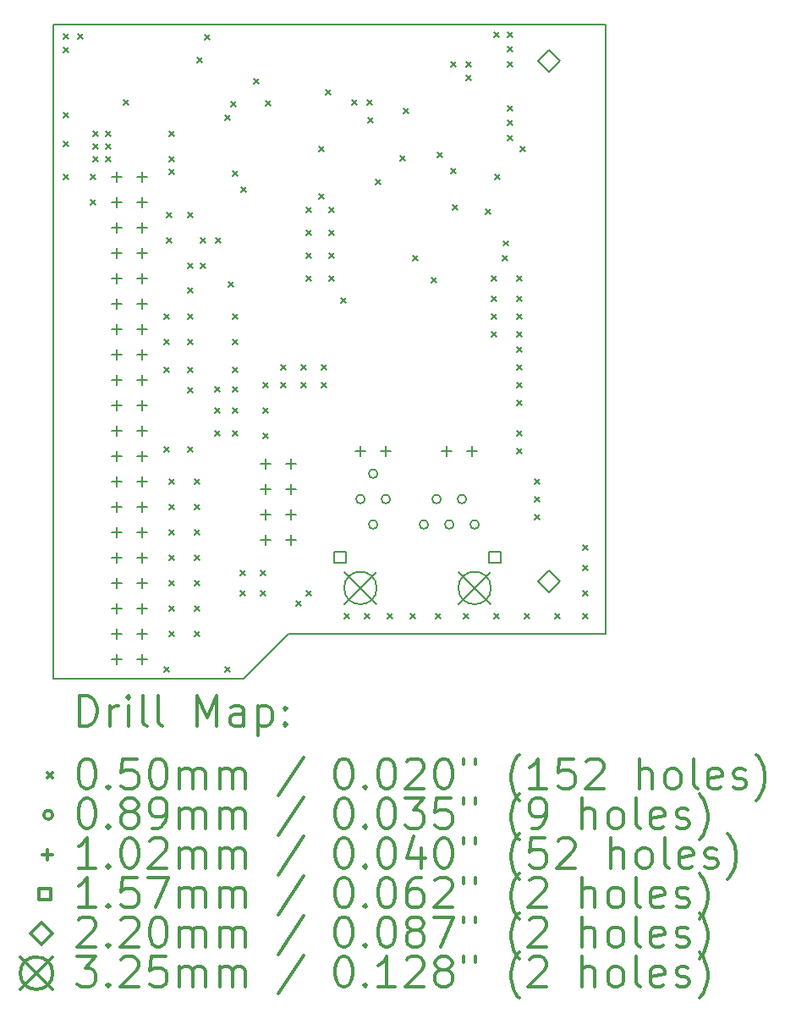
<source format=gbr>
%FSLAX45Y45*%
G04 Gerber Fmt 4.5, Leading zero omitted, Abs format (unit mm)*
G04 Created by KiCad (PCBNEW 4.0.2+dfsg1-2~bpo8+1-stable) date lun 17 oct 2016 17:04:08 ART*
%MOMM*%
G01*
G04 APERTURE LIST*
%ADD10C,0.127000*%
%ADD11C,0.150000*%
%ADD12C,0.200000*%
%ADD13C,0.300000*%
G04 APERTURE END LIST*
D10*
D11*
X9119500Y-6875000D02*
X9119500Y-13415500D01*
X14644000Y-6875000D02*
X9119500Y-6875000D01*
X14644000Y-12971000D02*
X14644000Y-6875000D01*
X11469000Y-12971000D02*
X14644000Y-12971000D01*
X11024500Y-13415500D02*
X11469000Y-12971000D01*
X9119500Y-13415500D02*
X11024500Y-13415500D01*
D12*
X9221500Y-6964300D02*
X9271500Y-7014300D01*
X9271500Y-6964300D02*
X9221500Y-7014300D01*
X9221500Y-7104000D02*
X9271500Y-7154000D01*
X9271500Y-7104000D02*
X9221500Y-7154000D01*
X9221500Y-7751700D02*
X9271500Y-7801700D01*
X9271500Y-7751700D02*
X9221500Y-7801700D01*
X9221500Y-8043800D02*
X9271500Y-8093800D01*
X9271500Y-8043800D02*
X9221500Y-8093800D01*
X9221500Y-8374000D02*
X9271500Y-8424000D01*
X9271500Y-8374000D02*
X9221500Y-8424000D01*
X9361200Y-6964300D02*
X9411200Y-7014300D01*
X9411200Y-6964300D02*
X9361200Y-7014300D01*
X9488200Y-8374000D02*
X9538200Y-8424000D01*
X9538200Y-8374000D02*
X9488200Y-8424000D01*
X9488200Y-8628000D02*
X9538200Y-8678000D01*
X9538200Y-8628000D02*
X9488200Y-8678000D01*
X9513600Y-7942200D02*
X9563600Y-7992200D01*
X9563600Y-7942200D02*
X9513600Y-7992200D01*
X9513600Y-8069200D02*
X9563600Y-8119200D01*
X9563600Y-8069200D02*
X9513600Y-8119200D01*
X9513600Y-8196200D02*
X9563600Y-8246200D01*
X9563600Y-8196200D02*
X9513600Y-8246200D01*
X9640600Y-7942200D02*
X9690600Y-7992200D01*
X9690600Y-7942200D02*
X9640600Y-7992200D01*
X9640600Y-8069200D02*
X9690600Y-8119200D01*
X9690600Y-8069200D02*
X9640600Y-8119200D01*
X9640600Y-8196200D02*
X9690600Y-8246200D01*
X9690600Y-8196200D02*
X9640600Y-8246200D01*
X9818400Y-7624700D02*
X9868400Y-7674700D01*
X9868400Y-7624700D02*
X9818400Y-7674700D01*
X10224000Y-11096000D02*
X10274000Y-11146000D01*
X10274000Y-11096000D02*
X10224000Y-11146000D01*
X10224800Y-9771000D02*
X10274800Y-9821000D01*
X10274800Y-9771000D02*
X10224800Y-9821000D01*
X10224800Y-10025000D02*
X10274800Y-10075000D01*
X10274800Y-10025000D02*
X10224800Y-10075000D01*
X10224800Y-10304400D02*
X10274800Y-10354400D01*
X10274800Y-10304400D02*
X10224800Y-10354400D01*
X10224800Y-13301600D02*
X10274800Y-13351600D01*
X10274800Y-13301600D02*
X10224800Y-13351600D01*
X10250200Y-8755000D02*
X10300200Y-8805000D01*
X10300200Y-8755000D02*
X10250200Y-8805000D01*
X10250200Y-9009000D02*
X10300200Y-9059000D01*
X10300200Y-9009000D02*
X10250200Y-9059000D01*
X10275600Y-7942200D02*
X10325600Y-7992200D01*
X10325600Y-7942200D02*
X10275600Y-7992200D01*
X10275600Y-8196200D02*
X10325600Y-8246200D01*
X10325600Y-8196200D02*
X10275600Y-8246200D01*
X10275600Y-8323200D02*
X10325600Y-8373200D01*
X10325600Y-8323200D02*
X10275600Y-8373200D01*
X10275600Y-11422000D02*
X10325600Y-11472000D01*
X10325600Y-11422000D02*
X10275600Y-11472000D01*
X10275600Y-11676000D02*
X10325600Y-11726000D01*
X10325600Y-11676000D02*
X10275600Y-11726000D01*
X10275600Y-11930000D02*
X10325600Y-11980000D01*
X10325600Y-11930000D02*
X10275600Y-11980000D01*
X10275600Y-12184000D02*
X10325600Y-12234000D01*
X10325600Y-12184000D02*
X10275600Y-12234000D01*
X10275600Y-12438000D02*
X10325600Y-12488000D01*
X10325600Y-12438000D02*
X10275600Y-12488000D01*
X10275600Y-12692000D02*
X10325600Y-12742000D01*
X10325600Y-12692000D02*
X10275600Y-12742000D01*
X10275600Y-12946000D02*
X10325600Y-12996000D01*
X10325600Y-12946000D02*
X10275600Y-12996000D01*
X10464000Y-10506000D02*
X10514000Y-10556000D01*
X10514000Y-10506000D02*
X10464000Y-10556000D01*
X10464000Y-11096000D02*
X10514000Y-11146000D01*
X10514000Y-11096000D02*
X10464000Y-11146000D01*
X10466100Y-8755000D02*
X10516100Y-8805000D01*
X10516100Y-8755000D02*
X10466100Y-8805000D01*
X10466100Y-9263000D02*
X10516100Y-9313000D01*
X10516100Y-9263000D02*
X10466100Y-9313000D01*
X10466100Y-9504300D02*
X10516100Y-9554300D01*
X10516100Y-9504300D02*
X10466100Y-9554300D01*
X10466100Y-9771000D02*
X10516100Y-9821000D01*
X10516100Y-9771000D02*
X10466100Y-9821000D01*
X10466100Y-10025000D02*
X10516100Y-10075000D01*
X10516100Y-10025000D02*
X10466100Y-10075000D01*
X10466100Y-10304400D02*
X10516100Y-10354400D01*
X10516100Y-10304400D02*
X10466100Y-10354400D01*
X10529600Y-11422000D02*
X10579600Y-11472000D01*
X10579600Y-11422000D02*
X10529600Y-11472000D01*
X10529600Y-11676000D02*
X10579600Y-11726000D01*
X10579600Y-11676000D02*
X10529600Y-11726000D01*
X10529600Y-11930000D02*
X10579600Y-11980000D01*
X10579600Y-11930000D02*
X10529600Y-11980000D01*
X10529600Y-12184000D02*
X10579600Y-12234000D01*
X10579600Y-12184000D02*
X10529600Y-12234000D01*
X10529600Y-12438000D02*
X10579600Y-12488000D01*
X10579600Y-12438000D02*
X10529600Y-12488000D01*
X10529600Y-12692000D02*
X10579600Y-12742000D01*
X10579600Y-12692000D02*
X10529600Y-12742000D01*
X10529600Y-12946000D02*
X10579600Y-12996000D01*
X10579600Y-12946000D02*
X10529600Y-12996000D01*
X10555000Y-7205600D02*
X10605000Y-7255600D01*
X10605000Y-7205600D02*
X10555000Y-7255600D01*
X10593100Y-9009000D02*
X10643100Y-9059000D01*
X10643100Y-9009000D02*
X10593100Y-9059000D01*
X10593100Y-9263000D02*
X10643100Y-9313000D01*
X10643100Y-9263000D02*
X10593100Y-9313000D01*
X10631200Y-6977000D02*
X10681200Y-7027000D01*
X10681200Y-6977000D02*
X10631200Y-7027000D01*
X10734000Y-10496000D02*
X10784000Y-10546000D01*
X10784000Y-10496000D02*
X10734000Y-10546000D01*
X10734000Y-10706000D02*
X10784000Y-10756000D01*
X10784000Y-10706000D02*
X10734000Y-10756000D01*
X10734000Y-10936000D02*
X10784000Y-10986000D01*
X10784000Y-10936000D02*
X10734000Y-10986000D01*
X10745500Y-9009000D02*
X10795500Y-9059000D01*
X10795500Y-9009000D02*
X10745500Y-9059000D01*
X10834400Y-7777100D02*
X10884400Y-7827100D01*
X10884400Y-7777100D02*
X10834400Y-7827100D01*
X10834400Y-13301600D02*
X10884400Y-13351600D01*
X10884400Y-13301600D02*
X10834400Y-13351600D01*
X10874000Y-9446000D02*
X10924000Y-9496000D01*
X10924000Y-9446000D02*
X10874000Y-9496000D01*
X10894000Y-7646000D02*
X10944000Y-7696000D01*
X10944000Y-7646000D02*
X10894000Y-7696000D01*
X10910600Y-8335900D02*
X10960600Y-8385900D01*
X10960600Y-8335900D02*
X10910600Y-8385900D01*
X10914000Y-9766000D02*
X10964000Y-9816000D01*
X10964000Y-9766000D02*
X10914000Y-9816000D01*
X10914000Y-10026000D02*
X10964000Y-10076000D01*
X10964000Y-10026000D02*
X10914000Y-10076000D01*
X10914000Y-10306000D02*
X10964000Y-10356000D01*
X10964000Y-10306000D02*
X10914000Y-10356000D01*
X10914000Y-10496000D02*
X10964000Y-10546000D01*
X10964000Y-10496000D02*
X10914000Y-10546000D01*
X10914000Y-10706000D02*
X10964000Y-10756000D01*
X10964000Y-10706000D02*
X10914000Y-10756000D01*
X10914000Y-10936000D02*
X10964000Y-10986000D01*
X10964000Y-10936000D02*
X10914000Y-10986000D01*
X10986800Y-12336400D02*
X11036800Y-12386400D01*
X11036800Y-12336400D02*
X10986800Y-12386400D01*
X10986800Y-12539600D02*
X11036800Y-12589600D01*
X11036800Y-12539600D02*
X10986800Y-12589600D01*
X10999500Y-8501000D02*
X11049500Y-8551000D01*
X11049500Y-8501000D02*
X10999500Y-8551000D01*
X11124000Y-7416000D02*
X11174000Y-7466000D01*
X11174000Y-7416000D02*
X11124000Y-7466000D01*
X11190000Y-12336400D02*
X11240000Y-12386400D01*
X11240000Y-12336400D02*
X11190000Y-12386400D01*
X11190000Y-12539600D02*
X11240000Y-12589600D01*
X11240000Y-12539600D02*
X11190000Y-12589600D01*
X11215400Y-10456800D02*
X11265400Y-10506800D01*
X11265400Y-10456800D02*
X11215400Y-10506800D01*
X11215400Y-10710800D02*
X11265400Y-10760800D01*
X11265400Y-10710800D02*
X11215400Y-10760800D01*
X11215400Y-10964800D02*
X11265400Y-11014800D01*
X11265400Y-10964800D02*
X11215400Y-11014800D01*
X11243000Y-7637400D02*
X11293000Y-7687400D01*
X11293000Y-7637400D02*
X11243000Y-7687400D01*
X11393200Y-10279000D02*
X11443200Y-10329000D01*
X11443200Y-10279000D02*
X11393200Y-10329000D01*
X11393200Y-10456800D02*
X11443200Y-10506800D01*
X11443200Y-10456800D02*
X11393200Y-10506800D01*
X11545600Y-12641200D02*
X11595600Y-12691200D01*
X11595600Y-12641200D02*
X11545600Y-12691200D01*
X11596400Y-10279000D02*
X11646400Y-10329000D01*
X11646400Y-10279000D02*
X11596400Y-10329000D01*
X11596400Y-10456800D02*
X11646400Y-10506800D01*
X11646400Y-10456800D02*
X11596400Y-10506800D01*
X11647200Y-8704200D02*
X11697200Y-8754200D01*
X11697200Y-8704200D02*
X11647200Y-8754200D01*
X11647200Y-8932800D02*
X11697200Y-8982800D01*
X11697200Y-8932800D02*
X11647200Y-8982800D01*
X11647200Y-9161400D02*
X11697200Y-9211400D01*
X11697200Y-9161400D02*
X11647200Y-9211400D01*
X11647200Y-9390000D02*
X11697200Y-9440000D01*
X11697200Y-9390000D02*
X11647200Y-9440000D01*
X11647200Y-12539600D02*
X11697200Y-12589600D01*
X11697200Y-12539600D02*
X11647200Y-12589600D01*
X11774000Y-8096000D02*
X11824000Y-8146000D01*
X11824000Y-8096000D02*
X11774000Y-8146000D01*
X11774000Y-8566000D02*
X11824000Y-8616000D01*
X11824000Y-8566000D02*
X11774000Y-8616000D01*
X11799600Y-10279000D02*
X11849600Y-10329000D01*
X11849600Y-10279000D02*
X11799600Y-10329000D01*
X11799600Y-10456800D02*
X11849600Y-10506800D01*
X11849600Y-10456800D02*
X11799600Y-10506800D01*
X11847860Y-7525640D02*
X11897860Y-7575640D01*
X11897860Y-7525640D02*
X11847860Y-7575640D01*
X11875800Y-8704200D02*
X11925800Y-8754200D01*
X11925800Y-8704200D02*
X11875800Y-8754200D01*
X11875800Y-8932800D02*
X11925800Y-8982800D01*
X11925800Y-8932800D02*
X11875800Y-8982800D01*
X11875800Y-9161400D02*
X11925800Y-9211400D01*
X11925800Y-9161400D02*
X11875800Y-9211400D01*
X11875800Y-9390000D02*
X11925800Y-9440000D01*
X11925800Y-9390000D02*
X11875800Y-9440000D01*
X11994000Y-9606000D02*
X12044000Y-9656000D01*
X12044000Y-9606000D02*
X11994000Y-9656000D01*
X12028200Y-12768200D02*
X12078200Y-12818200D01*
X12078200Y-12768200D02*
X12028200Y-12818200D01*
X12104400Y-7624700D02*
X12154400Y-7674700D01*
X12154400Y-7624700D02*
X12104400Y-7674700D01*
X12231400Y-12768200D02*
X12281400Y-12818200D01*
X12281400Y-12768200D02*
X12231400Y-12818200D01*
X12256800Y-7624700D02*
X12306800Y-7674700D01*
X12306800Y-7624700D02*
X12256800Y-7674700D01*
X12269500Y-7802500D02*
X12319500Y-7852500D01*
X12319500Y-7802500D02*
X12269500Y-7852500D01*
X12345700Y-8424800D02*
X12395700Y-8474800D01*
X12395700Y-8424800D02*
X12345700Y-8474800D01*
X12460000Y-12768200D02*
X12510000Y-12818200D01*
X12510000Y-12768200D02*
X12460000Y-12818200D01*
X12587000Y-8183500D02*
X12637000Y-8233500D01*
X12637000Y-8183500D02*
X12587000Y-8233500D01*
X12625100Y-7708520D02*
X12675100Y-7758520D01*
X12675100Y-7708520D02*
X12625100Y-7758520D01*
X12688600Y-12768200D02*
X12738600Y-12818200D01*
X12738600Y-12768200D02*
X12688600Y-12818200D01*
X12714000Y-9186800D02*
X12764000Y-9236800D01*
X12764000Y-9186800D02*
X12714000Y-9236800D01*
X12904500Y-9402700D02*
X12954500Y-9452700D01*
X12954500Y-9402700D02*
X12904500Y-9452700D01*
X12942600Y-12768200D02*
X12992600Y-12818200D01*
X12992600Y-12768200D02*
X12942600Y-12818200D01*
X12965460Y-8150480D02*
X13015460Y-8200480D01*
X13015460Y-8150480D02*
X12965460Y-8200480D01*
X13095000Y-7243700D02*
X13145000Y-7293700D01*
X13145000Y-7243700D02*
X13095000Y-7293700D01*
X13095000Y-8310500D02*
X13145000Y-8360500D01*
X13145000Y-8310500D02*
X13095000Y-8360500D01*
X13117860Y-8676260D02*
X13167860Y-8726260D01*
X13167860Y-8676260D02*
X13117860Y-8726260D01*
X13222000Y-12768200D02*
X13272000Y-12818200D01*
X13272000Y-12768200D02*
X13222000Y-12818200D01*
X13247400Y-7243700D02*
X13297400Y-7293700D01*
X13297400Y-7243700D02*
X13247400Y-7293700D01*
X13247400Y-7383400D02*
X13297400Y-7433400D01*
X13297400Y-7383400D02*
X13247400Y-7433400D01*
X13448060Y-8721980D02*
X13498060Y-8771980D01*
X13498060Y-8721980D02*
X13448060Y-8771980D01*
X13501400Y-9390000D02*
X13551400Y-9440000D01*
X13551400Y-9390000D02*
X13501400Y-9440000D01*
X13501400Y-9593200D02*
X13551400Y-9643200D01*
X13551400Y-9593200D02*
X13501400Y-9643200D01*
X13501400Y-9771000D02*
X13551400Y-9821000D01*
X13551400Y-9771000D02*
X13501400Y-9821000D01*
X13501400Y-9948800D02*
X13551400Y-9998800D01*
X13551400Y-9948800D02*
X13501400Y-9998800D01*
X13526800Y-6951600D02*
X13576800Y-7001600D01*
X13576800Y-6951600D02*
X13526800Y-7001600D01*
X13526800Y-12768200D02*
X13576800Y-12818200D01*
X13576800Y-12768200D02*
X13526800Y-12818200D01*
X13539500Y-8374000D02*
X13589500Y-8424000D01*
X13589500Y-8374000D02*
X13539500Y-8424000D01*
X13615700Y-9186800D02*
X13665700Y-9236800D01*
X13665700Y-9186800D02*
X13615700Y-9236800D01*
X13625860Y-9036940D02*
X13675860Y-9086940D01*
X13675860Y-9036940D02*
X13625860Y-9086940D01*
X13666500Y-6951600D02*
X13716500Y-7001600D01*
X13716500Y-6951600D02*
X13666500Y-7001600D01*
X13666500Y-7091300D02*
X13716500Y-7141300D01*
X13716500Y-7091300D02*
X13666500Y-7141300D01*
X13666500Y-7243700D02*
X13716500Y-7293700D01*
X13716500Y-7243700D02*
X13666500Y-7293700D01*
X13666500Y-7688200D02*
X13716500Y-7738200D01*
X13716500Y-7688200D02*
X13666500Y-7738200D01*
X13666500Y-7827900D02*
X13716500Y-7877900D01*
X13716500Y-7827900D02*
X13666500Y-7877900D01*
X13666500Y-7980300D02*
X13716500Y-8030300D01*
X13716500Y-7980300D02*
X13666500Y-8030300D01*
X13755400Y-9390000D02*
X13805400Y-9440000D01*
X13805400Y-9390000D02*
X13755400Y-9440000D01*
X13755400Y-9593200D02*
X13805400Y-9643200D01*
X13805400Y-9593200D02*
X13755400Y-9643200D01*
X13755400Y-9771000D02*
X13805400Y-9821000D01*
X13805400Y-9771000D02*
X13755400Y-9821000D01*
X13755400Y-9948800D02*
X13805400Y-9998800D01*
X13805400Y-9948800D02*
X13755400Y-9998800D01*
X13755400Y-10101200D02*
X13805400Y-10151200D01*
X13805400Y-10101200D02*
X13755400Y-10151200D01*
X13755400Y-10279000D02*
X13805400Y-10329000D01*
X13805400Y-10279000D02*
X13755400Y-10329000D01*
X13755400Y-10456800D02*
X13805400Y-10506800D01*
X13805400Y-10456800D02*
X13755400Y-10506800D01*
X13755400Y-10634600D02*
X13805400Y-10684600D01*
X13805400Y-10634600D02*
X13755400Y-10684600D01*
X13755400Y-10939400D02*
X13805400Y-10989400D01*
X13805400Y-10939400D02*
X13755400Y-10989400D01*
X13755400Y-11117200D02*
X13805400Y-11167200D01*
X13805400Y-11117200D02*
X13755400Y-11167200D01*
X13793500Y-8094600D02*
X13843500Y-8144600D01*
X13843500Y-8094600D02*
X13793500Y-8144600D01*
X13831600Y-12768200D02*
X13881600Y-12818200D01*
X13881600Y-12768200D02*
X13831600Y-12818200D01*
X13933200Y-11422000D02*
X13983200Y-11472000D01*
X13983200Y-11422000D02*
X13933200Y-11472000D01*
X13933200Y-11599800D02*
X13983200Y-11649800D01*
X13983200Y-11599800D02*
X13933200Y-11649800D01*
X13933200Y-11777600D02*
X13983200Y-11827600D01*
X13983200Y-11777600D02*
X13933200Y-11827600D01*
X14136400Y-12768200D02*
X14186400Y-12818200D01*
X14186400Y-12768200D02*
X14136400Y-12818200D01*
X14415800Y-12082400D02*
X14465800Y-12132400D01*
X14465800Y-12082400D02*
X14415800Y-12132400D01*
X14415800Y-12285600D02*
X14465800Y-12335600D01*
X14465800Y-12285600D02*
X14415800Y-12335600D01*
X14415800Y-12539600D02*
X14465800Y-12589600D01*
X14465800Y-12539600D02*
X14415800Y-12589600D01*
X14415800Y-12768200D02*
X14465800Y-12818200D01*
X14465800Y-12768200D02*
X14415800Y-12818200D01*
X12236450Y-11620500D02*
G75*
G03X12236450Y-11620500I-44450J0D01*
G01*
X12363450Y-11366500D02*
G75*
G03X12363450Y-11366500I-44450J0D01*
G01*
X12363450Y-11874500D02*
G75*
G03X12363450Y-11874500I-44450J0D01*
G01*
X12490450Y-11620500D02*
G75*
G03X12490450Y-11620500I-44450J0D01*
G01*
X12871450Y-11874500D02*
G75*
G03X12871450Y-11874500I-44450J0D01*
G01*
X12998450Y-11620500D02*
G75*
G03X12998450Y-11620500I-44450J0D01*
G01*
X13125450Y-11874500D02*
G75*
G03X13125450Y-11874500I-44450J0D01*
G01*
X13252450Y-11620500D02*
G75*
G03X13252450Y-11620500I-44450J0D01*
G01*
X13379450Y-11874500D02*
G75*
G03X13379450Y-11874500I-44450J0D01*
G01*
X9754500Y-8348200D02*
X9754500Y-8449800D01*
X9703700Y-8399000D02*
X9805300Y-8399000D01*
X9754500Y-8602200D02*
X9754500Y-8703800D01*
X9703700Y-8653000D02*
X9805300Y-8653000D01*
X9754500Y-8856200D02*
X9754500Y-8957800D01*
X9703700Y-8907000D02*
X9805300Y-8907000D01*
X9754500Y-9110200D02*
X9754500Y-9211800D01*
X9703700Y-9161000D02*
X9805300Y-9161000D01*
X9754500Y-9364200D02*
X9754500Y-9465800D01*
X9703700Y-9415000D02*
X9805300Y-9415000D01*
X9754500Y-9618200D02*
X9754500Y-9719800D01*
X9703700Y-9669000D02*
X9805300Y-9669000D01*
X9754500Y-9872200D02*
X9754500Y-9973800D01*
X9703700Y-9923000D02*
X9805300Y-9923000D01*
X9754500Y-10126200D02*
X9754500Y-10227800D01*
X9703700Y-10177000D02*
X9805300Y-10177000D01*
X9754500Y-10380200D02*
X9754500Y-10481800D01*
X9703700Y-10431000D02*
X9805300Y-10431000D01*
X9754500Y-10634200D02*
X9754500Y-10735800D01*
X9703700Y-10685000D02*
X9805300Y-10685000D01*
X9754500Y-10888200D02*
X9754500Y-10989800D01*
X9703700Y-10939000D02*
X9805300Y-10939000D01*
X9754500Y-11142200D02*
X9754500Y-11243800D01*
X9703700Y-11193000D02*
X9805300Y-11193000D01*
X9754500Y-11396200D02*
X9754500Y-11497800D01*
X9703700Y-11447000D02*
X9805300Y-11447000D01*
X9754500Y-11650200D02*
X9754500Y-11751800D01*
X9703700Y-11701000D02*
X9805300Y-11701000D01*
X9754500Y-11904200D02*
X9754500Y-12005800D01*
X9703700Y-11955000D02*
X9805300Y-11955000D01*
X9754500Y-12158200D02*
X9754500Y-12259800D01*
X9703700Y-12209000D02*
X9805300Y-12209000D01*
X9754500Y-12412200D02*
X9754500Y-12513800D01*
X9703700Y-12463000D02*
X9805300Y-12463000D01*
X9754500Y-12666200D02*
X9754500Y-12767800D01*
X9703700Y-12717000D02*
X9805300Y-12717000D01*
X9754500Y-12920200D02*
X9754500Y-13021800D01*
X9703700Y-12971000D02*
X9805300Y-12971000D01*
X9754500Y-13174200D02*
X9754500Y-13275800D01*
X9703700Y-13225000D02*
X9805300Y-13225000D01*
X10008500Y-8348200D02*
X10008500Y-8449800D01*
X9957700Y-8399000D02*
X10059300Y-8399000D01*
X10008500Y-8602200D02*
X10008500Y-8703800D01*
X9957700Y-8653000D02*
X10059300Y-8653000D01*
X10008500Y-8856200D02*
X10008500Y-8957800D01*
X9957700Y-8907000D02*
X10059300Y-8907000D01*
X10008500Y-9110200D02*
X10008500Y-9211800D01*
X9957700Y-9161000D02*
X10059300Y-9161000D01*
X10008500Y-9364200D02*
X10008500Y-9465800D01*
X9957700Y-9415000D02*
X10059300Y-9415000D01*
X10008500Y-9618200D02*
X10008500Y-9719800D01*
X9957700Y-9669000D02*
X10059300Y-9669000D01*
X10008500Y-9872200D02*
X10008500Y-9973800D01*
X9957700Y-9923000D02*
X10059300Y-9923000D01*
X10008500Y-10126200D02*
X10008500Y-10227800D01*
X9957700Y-10177000D02*
X10059300Y-10177000D01*
X10008500Y-10380200D02*
X10008500Y-10481800D01*
X9957700Y-10431000D02*
X10059300Y-10431000D01*
X10008500Y-10634200D02*
X10008500Y-10735800D01*
X9957700Y-10685000D02*
X10059300Y-10685000D01*
X10008500Y-10888200D02*
X10008500Y-10989800D01*
X9957700Y-10939000D02*
X10059300Y-10939000D01*
X10008500Y-11142200D02*
X10008500Y-11243800D01*
X9957700Y-11193000D02*
X10059300Y-11193000D01*
X10008500Y-11396200D02*
X10008500Y-11497800D01*
X9957700Y-11447000D02*
X10059300Y-11447000D01*
X10008500Y-11650200D02*
X10008500Y-11751800D01*
X9957700Y-11701000D02*
X10059300Y-11701000D01*
X10008500Y-11904200D02*
X10008500Y-12005800D01*
X9957700Y-11955000D02*
X10059300Y-11955000D01*
X10008500Y-12158200D02*
X10008500Y-12259800D01*
X9957700Y-12209000D02*
X10059300Y-12209000D01*
X10008500Y-12412200D02*
X10008500Y-12513800D01*
X9957700Y-12463000D02*
X10059300Y-12463000D01*
X10008500Y-12666200D02*
X10008500Y-12767800D01*
X9957700Y-12717000D02*
X10059300Y-12717000D01*
X10008500Y-12920200D02*
X10008500Y-13021800D01*
X9957700Y-12971000D02*
X10059300Y-12971000D01*
X10008500Y-13174200D02*
X10008500Y-13275800D01*
X9957700Y-13225000D02*
X10059300Y-13225000D01*
X11239500Y-11214100D02*
X11239500Y-11315700D01*
X11188700Y-11264900D02*
X11290300Y-11264900D01*
X11239500Y-11468100D02*
X11239500Y-11569700D01*
X11188700Y-11518900D02*
X11290300Y-11518900D01*
X11239500Y-11722100D02*
X11239500Y-11823700D01*
X11188700Y-11772900D02*
X11290300Y-11772900D01*
X11239500Y-11976100D02*
X11239500Y-12077700D01*
X11188700Y-12026900D02*
X11290300Y-12026900D01*
X11493500Y-11214100D02*
X11493500Y-11315700D01*
X11442700Y-11264900D02*
X11544300Y-11264900D01*
X11493500Y-11468100D02*
X11493500Y-11569700D01*
X11442700Y-11518900D02*
X11544300Y-11518900D01*
X11493500Y-11722100D02*
X11493500Y-11823700D01*
X11442700Y-11772900D02*
X11544300Y-11772900D01*
X11493500Y-11976100D02*
X11493500Y-12077700D01*
X11442700Y-12026900D02*
X11544300Y-12026900D01*
X12192000Y-11087100D02*
X12192000Y-11188700D01*
X12141200Y-11137900D02*
X12242800Y-11137900D01*
X12446000Y-11087100D02*
X12446000Y-11188700D01*
X12395200Y-11137900D02*
X12496800Y-11137900D01*
X13055600Y-11087100D02*
X13055600Y-11188700D01*
X13004800Y-11137900D02*
X13106400Y-11137900D01*
X13309600Y-11087100D02*
X13309600Y-11188700D01*
X13258800Y-11137900D02*
X13360400Y-11137900D01*
X12044478Y-12260378D02*
X12044478Y-12149022D01*
X11933122Y-12149022D01*
X11933122Y-12260378D01*
X12044478Y-12260378D01*
X13593878Y-12260378D02*
X13593878Y-12149022D01*
X13482522Y-12149022D01*
X13482522Y-12260378D01*
X13593878Y-12260378D01*
X14079000Y-7351000D02*
X14189000Y-7241000D01*
X14079000Y-7131000D01*
X13969000Y-7241000D01*
X14079000Y-7351000D01*
X14079000Y-12551000D02*
X14189000Y-12441000D01*
X14079000Y-12331000D01*
X13969000Y-12441000D01*
X14079000Y-12551000D01*
X12029440Y-12346940D02*
X12354560Y-12672060D01*
X12354560Y-12346940D02*
X12029440Y-12672060D01*
X12354560Y-12509500D02*
G75*
G03X12354560Y-12509500I-162560J0D01*
G01*
X13172440Y-12346940D02*
X13497560Y-12672060D01*
X13497560Y-12346940D02*
X13172440Y-12672060D01*
X13497560Y-12509500D02*
G75*
G03X13497560Y-12509500I-162560J0D01*
G01*
D13*
X9383429Y-13888714D02*
X9383429Y-13588714D01*
X9454857Y-13588714D01*
X9497714Y-13603000D01*
X9526286Y-13631571D01*
X9540571Y-13660143D01*
X9554857Y-13717286D01*
X9554857Y-13760143D01*
X9540571Y-13817286D01*
X9526286Y-13845857D01*
X9497714Y-13874429D01*
X9454857Y-13888714D01*
X9383429Y-13888714D01*
X9683429Y-13888714D02*
X9683429Y-13688714D01*
X9683429Y-13745857D02*
X9697714Y-13717286D01*
X9712000Y-13703000D01*
X9740571Y-13688714D01*
X9769143Y-13688714D01*
X9869143Y-13888714D02*
X9869143Y-13688714D01*
X9869143Y-13588714D02*
X9854857Y-13603000D01*
X9869143Y-13617286D01*
X9883429Y-13603000D01*
X9869143Y-13588714D01*
X9869143Y-13617286D01*
X10054857Y-13888714D02*
X10026286Y-13874429D01*
X10012000Y-13845857D01*
X10012000Y-13588714D01*
X10212000Y-13888714D02*
X10183429Y-13874429D01*
X10169143Y-13845857D01*
X10169143Y-13588714D01*
X10554857Y-13888714D02*
X10554857Y-13588714D01*
X10654857Y-13803000D01*
X10754857Y-13588714D01*
X10754857Y-13888714D01*
X11026286Y-13888714D02*
X11026286Y-13731571D01*
X11012000Y-13703000D01*
X10983429Y-13688714D01*
X10926286Y-13688714D01*
X10897714Y-13703000D01*
X11026286Y-13874429D02*
X10997714Y-13888714D01*
X10926286Y-13888714D01*
X10897714Y-13874429D01*
X10883429Y-13845857D01*
X10883429Y-13817286D01*
X10897714Y-13788714D01*
X10926286Y-13774429D01*
X10997714Y-13774429D01*
X11026286Y-13760143D01*
X11169143Y-13688714D02*
X11169143Y-13988714D01*
X11169143Y-13703000D02*
X11197714Y-13688714D01*
X11254857Y-13688714D01*
X11283428Y-13703000D01*
X11297714Y-13717286D01*
X11312000Y-13745857D01*
X11312000Y-13831571D01*
X11297714Y-13860143D01*
X11283428Y-13874429D01*
X11254857Y-13888714D01*
X11197714Y-13888714D01*
X11169143Y-13874429D01*
X11440571Y-13860143D02*
X11454857Y-13874429D01*
X11440571Y-13888714D01*
X11426286Y-13874429D01*
X11440571Y-13860143D01*
X11440571Y-13888714D01*
X11440571Y-13703000D02*
X11454857Y-13717286D01*
X11440571Y-13731571D01*
X11426286Y-13717286D01*
X11440571Y-13703000D01*
X11440571Y-13731571D01*
X9062000Y-14358000D02*
X9112000Y-14408000D01*
X9112000Y-14358000D02*
X9062000Y-14408000D01*
X9440571Y-14218714D02*
X9469143Y-14218714D01*
X9497714Y-14233000D01*
X9512000Y-14247286D01*
X9526286Y-14275857D01*
X9540571Y-14333000D01*
X9540571Y-14404429D01*
X9526286Y-14461571D01*
X9512000Y-14490143D01*
X9497714Y-14504429D01*
X9469143Y-14518714D01*
X9440571Y-14518714D01*
X9412000Y-14504429D01*
X9397714Y-14490143D01*
X9383429Y-14461571D01*
X9369143Y-14404429D01*
X9369143Y-14333000D01*
X9383429Y-14275857D01*
X9397714Y-14247286D01*
X9412000Y-14233000D01*
X9440571Y-14218714D01*
X9669143Y-14490143D02*
X9683429Y-14504429D01*
X9669143Y-14518714D01*
X9654857Y-14504429D01*
X9669143Y-14490143D01*
X9669143Y-14518714D01*
X9954857Y-14218714D02*
X9812000Y-14218714D01*
X9797714Y-14361571D01*
X9812000Y-14347286D01*
X9840571Y-14333000D01*
X9912000Y-14333000D01*
X9940571Y-14347286D01*
X9954857Y-14361571D01*
X9969143Y-14390143D01*
X9969143Y-14461571D01*
X9954857Y-14490143D01*
X9940571Y-14504429D01*
X9912000Y-14518714D01*
X9840571Y-14518714D01*
X9812000Y-14504429D01*
X9797714Y-14490143D01*
X10154857Y-14218714D02*
X10183429Y-14218714D01*
X10212000Y-14233000D01*
X10226286Y-14247286D01*
X10240571Y-14275857D01*
X10254857Y-14333000D01*
X10254857Y-14404429D01*
X10240571Y-14461571D01*
X10226286Y-14490143D01*
X10212000Y-14504429D01*
X10183429Y-14518714D01*
X10154857Y-14518714D01*
X10126286Y-14504429D01*
X10112000Y-14490143D01*
X10097714Y-14461571D01*
X10083429Y-14404429D01*
X10083429Y-14333000D01*
X10097714Y-14275857D01*
X10112000Y-14247286D01*
X10126286Y-14233000D01*
X10154857Y-14218714D01*
X10383429Y-14518714D02*
X10383429Y-14318714D01*
X10383429Y-14347286D02*
X10397714Y-14333000D01*
X10426286Y-14318714D01*
X10469143Y-14318714D01*
X10497714Y-14333000D01*
X10512000Y-14361571D01*
X10512000Y-14518714D01*
X10512000Y-14361571D02*
X10526286Y-14333000D01*
X10554857Y-14318714D01*
X10597714Y-14318714D01*
X10626286Y-14333000D01*
X10640571Y-14361571D01*
X10640571Y-14518714D01*
X10783429Y-14518714D02*
X10783429Y-14318714D01*
X10783429Y-14347286D02*
X10797714Y-14333000D01*
X10826286Y-14318714D01*
X10869143Y-14318714D01*
X10897714Y-14333000D01*
X10912000Y-14361571D01*
X10912000Y-14518714D01*
X10912000Y-14361571D02*
X10926286Y-14333000D01*
X10954857Y-14318714D01*
X10997714Y-14318714D01*
X11026286Y-14333000D01*
X11040571Y-14361571D01*
X11040571Y-14518714D01*
X11626286Y-14204429D02*
X11369143Y-14590143D01*
X12012000Y-14218714D02*
X12040571Y-14218714D01*
X12069143Y-14233000D01*
X12083428Y-14247286D01*
X12097714Y-14275857D01*
X12112000Y-14333000D01*
X12112000Y-14404429D01*
X12097714Y-14461571D01*
X12083428Y-14490143D01*
X12069143Y-14504429D01*
X12040571Y-14518714D01*
X12012000Y-14518714D01*
X11983428Y-14504429D01*
X11969143Y-14490143D01*
X11954857Y-14461571D01*
X11940571Y-14404429D01*
X11940571Y-14333000D01*
X11954857Y-14275857D01*
X11969143Y-14247286D01*
X11983428Y-14233000D01*
X12012000Y-14218714D01*
X12240571Y-14490143D02*
X12254857Y-14504429D01*
X12240571Y-14518714D01*
X12226286Y-14504429D01*
X12240571Y-14490143D01*
X12240571Y-14518714D01*
X12440571Y-14218714D02*
X12469143Y-14218714D01*
X12497714Y-14233000D01*
X12512000Y-14247286D01*
X12526285Y-14275857D01*
X12540571Y-14333000D01*
X12540571Y-14404429D01*
X12526285Y-14461571D01*
X12512000Y-14490143D01*
X12497714Y-14504429D01*
X12469143Y-14518714D01*
X12440571Y-14518714D01*
X12412000Y-14504429D01*
X12397714Y-14490143D01*
X12383428Y-14461571D01*
X12369143Y-14404429D01*
X12369143Y-14333000D01*
X12383428Y-14275857D01*
X12397714Y-14247286D01*
X12412000Y-14233000D01*
X12440571Y-14218714D01*
X12654857Y-14247286D02*
X12669143Y-14233000D01*
X12697714Y-14218714D01*
X12769143Y-14218714D01*
X12797714Y-14233000D01*
X12812000Y-14247286D01*
X12826285Y-14275857D01*
X12826285Y-14304429D01*
X12812000Y-14347286D01*
X12640571Y-14518714D01*
X12826285Y-14518714D01*
X13012000Y-14218714D02*
X13040571Y-14218714D01*
X13069143Y-14233000D01*
X13083428Y-14247286D01*
X13097714Y-14275857D01*
X13112000Y-14333000D01*
X13112000Y-14404429D01*
X13097714Y-14461571D01*
X13083428Y-14490143D01*
X13069143Y-14504429D01*
X13040571Y-14518714D01*
X13012000Y-14518714D01*
X12983428Y-14504429D01*
X12969143Y-14490143D01*
X12954857Y-14461571D01*
X12940571Y-14404429D01*
X12940571Y-14333000D01*
X12954857Y-14275857D01*
X12969143Y-14247286D01*
X12983428Y-14233000D01*
X13012000Y-14218714D01*
X13226286Y-14218714D02*
X13226286Y-14275857D01*
X13340571Y-14218714D02*
X13340571Y-14275857D01*
X13783428Y-14633000D02*
X13769143Y-14618714D01*
X13740571Y-14575857D01*
X13726285Y-14547286D01*
X13712000Y-14504429D01*
X13697714Y-14433000D01*
X13697714Y-14375857D01*
X13712000Y-14304429D01*
X13726285Y-14261571D01*
X13740571Y-14233000D01*
X13769143Y-14190143D01*
X13783428Y-14175857D01*
X14054857Y-14518714D02*
X13883428Y-14518714D01*
X13969143Y-14518714D02*
X13969143Y-14218714D01*
X13940571Y-14261571D01*
X13912000Y-14290143D01*
X13883428Y-14304429D01*
X14326285Y-14218714D02*
X14183428Y-14218714D01*
X14169143Y-14361571D01*
X14183428Y-14347286D01*
X14212000Y-14333000D01*
X14283428Y-14333000D01*
X14312000Y-14347286D01*
X14326285Y-14361571D01*
X14340571Y-14390143D01*
X14340571Y-14461571D01*
X14326285Y-14490143D01*
X14312000Y-14504429D01*
X14283428Y-14518714D01*
X14212000Y-14518714D01*
X14183428Y-14504429D01*
X14169143Y-14490143D01*
X14454857Y-14247286D02*
X14469143Y-14233000D01*
X14497714Y-14218714D01*
X14569143Y-14218714D01*
X14597714Y-14233000D01*
X14612000Y-14247286D01*
X14626285Y-14275857D01*
X14626285Y-14304429D01*
X14612000Y-14347286D01*
X14440571Y-14518714D01*
X14626285Y-14518714D01*
X14983428Y-14518714D02*
X14983428Y-14218714D01*
X15112000Y-14518714D02*
X15112000Y-14361571D01*
X15097714Y-14333000D01*
X15069143Y-14318714D01*
X15026285Y-14318714D01*
X14997714Y-14333000D01*
X14983428Y-14347286D01*
X15297714Y-14518714D02*
X15269143Y-14504429D01*
X15254857Y-14490143D01*
X15240571Y-14461571D01*
X15240571Y-14375857D01*
X15254857Y-14347286D01*
X15269143Y-14333000D01*
X15297714Y-14318714D01*
X15340571Y-14318714D01*
X15369143Y-14333000D01*
X15383428Y-14347286D01*
X15397714Y-14375857D01*
X15397714Y-14461571D01*
X15383428Y-14490143D01*
X15369143Y-14504429D01*
X15340571Y-14518714D01*
X15297714Y-14518714D01*
X15569143Y-14518714D02*
X15540571Y-14504429D01*
X15526286Y-14475857D01*
X15526286Y-14218714D01*
X15797714Y-14504429D02*
X15769143Y-14518714D01*
X15712000Y-14518714D01*
X15683428Y-14504429D01*
X15669143Y-14475857D01*
X15669143Y-14361571D01*
X15683428Y-14333000D01*
X15712000Y-14318714D01*
X15769143Y-14318714D01*
X15797714Y-14333000D01*
X15812000Y-14361571D01*
X15812000Y-14390143D01*
X15669143Y-14418714D01*
X15926286Y-14504429D02*
X15954857Y-14518714D01*
X16012000Y-14518714D01*
X16040571Y-14504429D01*
X16054857Y-14475857D01*
X16054857Y-14461571D01*
X16040571Y-14433000D01*
X16012000Y-14418714D01*
X15969143Y-14418714D01*
X15940571Y-14404429D01*
X15926286Y-14375857D01*
X15926286Y-14361571D01*
X15940571Y-14333000D01*
X15969143Y-14318714D01*
X16012000Y-14318714D01*
X16040571Y-14333000D01*
X16154857Y-14633000D02*
X16169143Y-14618714D01*
X16197714Y-14575857D01*
X16212000Y-14547286D01*
X16226286Y-14504429D01*
X16240571Y-14433000D01*
X16240571Y-14375857D01*
X16226286Y-14304429D01*
X16212000Y-14261571D01*
X16197714Y-14233000D01*
X16169143Y-14190143D01*
X16154857Y-14175857D01*
X9112000Y-14779000D02*
G75*
G03X9112000Y-14779000I-44450J0D01*
G01*
X9440571Y-14614714D02*
X9469143Y-14614714D01*
X9497714Y-14629000D01*
X9512000Y-14643286D01*
X9526286Y-14671857D01*
X9540571Y-14729000D01*
X9540571Y-14800429D01*
X9526286Y-14857571D01*
X9512000Y-14886143D01*
X9497714Y-14900429D01*
X9469143Y-14914714D01*
X9440571Y-14914714D01*
X9412000Y-14900429D01*
X9397714Y-14886143D01*
X9383429Y-14857571D01*
X9369143Y-14800429D01*
X9369143Y-14729000D01*
X9383429Y-14671857D01*
X9397714Y-14643286D01*
X9412000Y-14629000D01*
X9440571Y-14614714D01*
X9669143Y-14886143D02*
X9683429Y-14900429D01*
X9669143Y-14914714D01*
X9654857Y-14900429D01*
X9669143Y-14886143D01*
X9669143Y-14914714D01*
X9854857Y-14743286D02*
X9826286Y-14729000D01*
X9812000Y-14714714D01*
X9797714Y-14686143D01*
X9797714Y-14671857D01*
X9812000Y-14643286D01*
X9826286Y-14629000D01*
X9854857Y-14614714D01*
X9912000Y-14614714D01*
X9940571Y-14629000D01*
X9954857Y-14643286D01*
X9969143Y-14671857D01*
X9969143Y-14686143D01*
X9954857Y-14714714D01*
X9940571Y-14729000D01*
X9912000Y-14743286D01*
X9854857Y-14743286D01*
X9826286Y-14757571D01*
X9812000Y-14771857D01*
X9797714Y-14800429D01*
X9797714Y-14857571D01*
X9812000Y-14886143D01*
X9826286Y-14900429D01*
X9854857Y-14914714D01*
X9912000Y-14914714D01*
X9940571Y-14900429D01*
X9954857Y-14886143D01*
X9969143Y-14857571D01*
X9969143Y-14800429D01*
X9954857Y-14771857D01*
X9940571Y-14757571D01*
X9912000Y-14743286D01*
X10112000Y-14914714D02*
X10169143Y-14914714D01*
X10197714Y-14900429D01*
X10212000Y-14886143D01*
X10240571Y-14843286D01*
X10254857Y-14786143D01*
X10254857Y-14671857D01*
X10240571Y-14643286D01*
X10226286Y-14629000D01*
X10197714Y-14614714D01*
X10140571Y-14614714D01*
X10112000Y-14629000D01*
X10097714Y-14643286D01*
X10083429Y-14671857D01*
X10083429Y-14743286D01*
X10097714Y-14771857D01*
X10112000Y-14786143D01*
X10140571Y-14800429D01*
X10197714Y-14800429D01*
X10226286Y-14786143D01*
X10240571Y-14771857D01*
X10254857Y-14743286D01*
X10383429Y-14914714D02*
X10383429Y-14714714D01*
X10383429Y-14743286D02*
X10397714Y-14729000D01*
X10426286Y-14714714D01*
X10469143Y-14714714D01*
X10497714Y-14729000D01*
X10512000Y-14757571D01*
X10512000Y-14914714D01*
X10512000Y-14757571D02*
X10526286Y-14729000D01*
X10554857Y-14714714D01*
X10597714Y-14714714D01*
X10626286Y-14729000D01*
X10640571Y-14757571D01*
X10640571Y-14914714D01*
X10783429Y-14914714D02*
X10783429Y-14714714D01*
X10783429Y-14743286D02*
X10797714Y-14729000D01*
X10826286Y-14714714D01*
X10869143Y-14714714D01*
X10897714Y-14729000D01*
X10912000Y-14757571D01*
X10912000Y-14914714D01*
X10912000Y-14757571D02*
X10926286Y-14729000D01*
X10954857Y-14714714D01*
X10997714Y-14714714D01*
X11026286Y-14729000D01*
X11040571Y-14757571D01*
X11040571Y-14914714D01*
X11626286Y-14600429D02*
X11369143Y-14986143D01*
X12012000Y-14614714D02*
X12040571Y-14614714D01*
X12069143Y-14629000D01*
X12083428Y-14643286D01*
X12097714Y-14671857D01*
X12112000Y-14729000D01*
X12112000Y-14800429D01*
X12097714Y-14857571D01*
X12083428Y-14886143D01*
X12069143Y-14900429D01*
X12040571Y-14914714D01*
X12012000Y-14914714D01*
X11983428Y-14900429D01*
X11969143Y-14886143D01*
X11954857Y-14857571D01*
X11940571Y-14800429D01*
X11940571Y-14729000D01*
X11954857Y-14671857D01*
X11969143Y-14643286D01*
X11983428Y-14629000D01*
X12012000Y-14614714D01*
X12240571Y-14886143D02*
X12254857Y-14900429D01*
X12240571Y-14914714D01*
X12226286Y-14900429D01*
X12240571Y-14886143D01*
X12240571Y-14914714D01*
X12440571Y-14614714D02*
X12469143Y-14614714D01*
X12497714Y-14629000D01*
X12512000Y-14643286D01*
X12526285Y-14671857D01*
X12540571Y-14729000D01*
X12540571Y-14800429D01*
X12526285Y-14857571D01*
X12512000Y-14886143D01*
X12497714Y-14900429D01*
X12469143Y-14914714D01*
X12440571Y-14914714D01*
X12412000Y-14900429D01*
X12397714Y-14886143D01*
X12383428Y-14857571D01*
X12369143Y-14800429D01*
X12369143Y-14729000D01*
X12383428Y-14671857D01*
X12397714Y-14643286D01*
X12412000Y-14629000D01*
X12440571Y-14614714D01*
X12640571Y-14614714D02*
X12826285Y-14614714D01*
X12726285Y-14729000D01*
X12769143Y-14729000D01*
X12797714Y-14743286D01*
X12812000Y-14757571D01*
X12826285Y-14786143D01*
X12826285Y-14857571D01*
X12812000Y-14886143D01*
X12797714Y-14900429D01*
X12769143Y-14914714D01*
X12683428Y-14914714D01*
X12654857Y-14900429D01*
X12640571Y-14886143D01*
X13097714Y-14614714D02*
X12954857Y-14614714D01*
X12940571Y-14757571D01*
X12954857Y-14743286D01*
X12983428Y-14729000D01*
X13054857Y-14729000D01*
X13083428Y-14743286D01*
X13097714Y-14757571D01*
X13112000Y-14786143D01*
X13112000Y-14857571D01*
X13097714Y-14886143D01*
X13083428Y-14900429D01*
X13054857Y-14914714D01*
X12983428Y-14914714D01*
X12954857Y-14900429D01*
X12940571Y-14886143D01*
X13226286Y-14614714D02*
X13226286Y-14671857D01*
X13340571Y-14614714D02*
X13340571Y-14671857D01*
X13783428Y-15029000D02*
X13769143Y-15014714D01*
X13740571Y-14971857D01*
X13726285Y-14943286D01*
X13712000Y-14900429D01*
X13697714Y-14829000D01*
X13697714Y-14771857D01*
X13712000Y-14700429D01*
X13726285Y-14657571D01*
X13740571Y-14629000D01*
X13769143Y-14586143D01*
X13783428Y-14571857D01*
X13912000Y-14914714D02*
X13969143Y-14914714D01*
X13997714Y-14900429D01*
X14012000Y-14886143D01*
X14040571Y-14843286D01*
X14054857Y-14786143D01*
X14054857Y-14671857D01*
X14040571Y-14643286D01*
X14026285Y-14629000D01*
X13997714Y-14614714D01*
X13940571Y-14614714D01*
X13912000Y-14629000D01*
X13897714Y-14643286D01*
X13883428Y-14671857D01*
X13883428Y-14743286D01*
X13897714Y-14771857D01*
X13912000Y-14786143D01*
X13940571Y-14800429D01*
X13997714Y-14800429D01*
X14026285Y-14786143D01*
X14040571Y-14771857D01*
X14054857Y-14743286D01*
X14412000Y-14914714D02*
X14412000Y-14614714D01*
X14540571Y-14914714D02*
X14540571Y-14757571D01*
X14526285Y-14729000D01*
X14497714Y-14714714D01*
X14454857Y-14714714D01*
X14426285Y-14729000D01*
X14412000Y-14743286D01*
X14726285Y-14914714D02*
X14697714Y-14900429D01*
X14683428Y-14886143D01*
X14669143Y-14857571D01*
X14669143Y-14771857D01*
X14683428Y-14743286D01*
X14697714Y-14729000D01*
X14726285Y-14714714D01*
X14769143Y-14714714D01*
X14797714Y-14729000D01*
X14812000Y-14743286D01*
X14826285Y-14771857D01*
X14826285Y-14857571D01*
X14812000Y-14886143D01*
X14797714Y-14900429D01*
X14769143Y-14914714D01*
X14726285Y-14914714D01*
X14997714Y-14914714D02*
X14969143Y-14900429D01*
X14954857Y-14871857D01*
X14954857Y-14614714D01*
X15226286Y-14900429D02*
X15197714Y-14914714D01*
X15140571Y-14914714D01*
X15112000Y-14900429D01*
X15097714Y-14871857D01*
X15097714Y-14757571D01*
X15112000Y-14729000D01*
X15140571Y-14714714D01*
X15197714Y-14714714D01*
X15226286Y-14729000D01*
X15240571Y-14757571D01*
X15240571Y-14786143D01*
X15097714Y-14814714D01*
X15354857Y-14900429D02*
X15383428Y-14914714D01*
X15440571Y-14914714D01*
X15469143Y-14900429D01*
X15483428Y-14871857D01*
X15483428Y-14857571D01*
X15469143Y-14829000D01*
X15440571Y-14814714D01*
X15397714Y-14814714D01*
X15369143Y-14800429D01*
X15354857Y-14771857D01*
X15354857Y-14757571D01*
X15369143Y-14729000D01*
X15397714Y-14714714D01*
X15440571Y-14714714D01*
X15469143Y-14729000D01*
X15583428Y-15029000D02*
X15597714Y-15014714D01*
X15626286Y-14971857D01*
X15640571Y-14943286D01*
X15654857Y-14900429D01*
X15669143Y-14829000D01*
X15669143Y-14771857D01*
X15654857Y-14700429D01*
X15640571Y-14657571D01*
X15626286Y-14629000D01*
X15597714Y-14586143D01*
X15583428Y-14571857D01*
X9061200Y-15124200D02*
X9061200Y-15225800D01*
X9010400Y-15175000D02*
X9112000Y-15175000D01*
X9540571Y-15310714D02*
X9369143Y-15310714D01*
X9454857Y-15310714D02*
X9454857Y-15010714D01*
X9426286Y-15053571D01*
X9397714Y-15082143D01*
X9369143Y-15096429D01*
X9669143Y-15282143D02*
X9683429Y-15296429D01*
X9669143Y-15310714D01*
X9654857Y-15296429D01*
X9669143Y-15282143D01*
X9669143Y-15310714D01*
X9869143Y-15010714D02*
X9897714Y-15010714D01*
X9926286Y-15025000D01*
X9940571Y-15039286D01*
X9954857Y-15067857D01*
X9969143Y-15125000D01*
X9969143Y-15196429D01*
X9954857Y-15253571D01*
X9940571Y-15282143D01*
X9926286Y-15296429D01*
X9897714Y-15310714D01*
X9869143Y-15310714D01*
X9840571Y-15296429D01*
X9826286Y-15282143D01*
X9812000Y-15253571D01*
X9797714Y-15196429D01*
X9797714Y-15125000D01*
X9812000Y-15067857D01*
X9826286Y-15039286D01*
X9840571Y-15025000D01*
X9869143Y-15010714D01*
X10083429Y-15039286D02*
X10097714Y-15025000D01*
X10126286Y-15010714D01*
X10197714Y-15010714D01*
X10226286Y-15025000D01*
X10240571Y-15039286D01*
X10254857Y-15067857D01*
X10254857Y-15096429D01*
X10240571Y-15139286D01*
X10069143Y-15310714D01*
X10254857Y-15310714D01*
X10383429Y-15310714D02*
X10383429Y-15110714D01*
X10383429Y-15139286D02*
X10397714Y-15125000D01*
X10426286Y-15110714D01*
X10469143Y-15110714D01*
X10497714Y-15125000D01*
X10512000Y-15153571D01*
X10512000Y-15310714D01*
X10512000Y-15153571D02*
X10526286Y-15125000D01*
X10554857Y-15110714D01*
X10597714Y-15110714D01*
X10626286Y-15125000D01*
X10640571Y-15153571D01*
X10640571Y-15310714D01*
X10783429Y-15310714D02*
X10783429Y-15110714D01*
X10783429Y-15139286D02*
X10797714Y-15125000D01*
X10826286Y-15110714D01*
X10869143Y-15110714D01*
X10897714Y-15125000D01*
X10912000Y-15153571D01*
X10912000Y-15310714D01*
X10912000Y-15153571D02*
X10926286Y-15125000D01*
X10954857Y-15110714D01*
X10997714Y-15110714D01*
X11026286Y-15125000D01*
X11040571Y-15153571D01*
X11040571Y-15310714D01*
X11626286Y-14996429D02*
X11369143Y-15382143D01*
X12012000Y-15010714D02*
X12040571Y-15010714D01*
X12069143Y-15025000D01*
X12083428Y-15039286D01*
X12097714Y-15067857D01*
X12112000Y-15125000D01*
X12112000Y-15196429D01*
X12097714Y-15253571D01*
X12083428Y-15282143D01*
X12069143Y-15296429D01*
X12040571Y-15310714D01*
X12012000Y-15310714D01*
X11983428Y-15296429D01*
X11969143Y-15282143D01*
X11954857Y-15253571D01*
X11940571Y-15196429D01*
X11940571Y-15125000D01*
X11954857Y-15067857D01*
X11969143Y-15039286D01*
X11983428Y-15025000D01*
X12012000Y-15010714D01*
X12240571Y-15282143D02*
X12254857Y-15296429D01*
X12240571Y-15310714D01*
X12226286Y-15296429D01*
X12240571Y-15282143D01*
X12240571Y-15310714D01*
X12440571Y-15010714D02*
X12469143Y-15010714D01*
X12497714Y-15025000D01*
X12512000Y-15039286D01*
X12526285Y-15067857D01*
X12540571Y-15125000D01*
X12540571Y-15196429D01*
X12526285Y-15253571D01*
X12512000Y-15282143D01*
X12497714Y-15296429D01*
X12469143Y-15310714D01*
X12440571Y-15310714D01*
X12412000Y-15296429D01*
X12397714Y-15282143D01*
X12383428Y-15253571D01*
X12369143Y-15196429D01*
X12369143Y-15125000D01*
X12383428Y-15067857D01*
X12397714Y-15039286D01*
X12412000Y-15025000D01*
X12440571Y-15010714D01*
X12797714Y-15110714D02*
X12797714Y-15310714D01*
X12726285Y-14996429D02*
X12654857Y-15210714D01*
X12840571Y-15210714D01*
X13012000Y-15010714D02*
X13040571Y-15010714D01*
X13069143Y-15025000D01*
X13083428Y-15039286D01*
X13097714Y-15067857D01*
X13112000Y-15125000D01*
X13112000Y-15196429D01*
X13097714Y-15253571D01*
X13083428Y-15282143D01*
X13069143Y-15296429D01*
X13040571Y-15310714D01*
X13012000Y-15310714D01*
X12983428Y-15296429D01*
X12969143Y-15282143D01*
X12954857Y-15253571D01*
X12940571Y-15196429D01*
X12940571Y-15125000D01*
X12954857Y-15067857D01*
X12969143Y-15039286D01*
X12983428Y-15025000D01*
X13012000Y-15010714D01*
X13226286Y-15010714D02*
X13226286Y-15067857D01*
X13340571Y-15010714D02*
X13340571Y-15067857D01*
X13783428Y-15425000D02*
X13769143Y-15410714D01*
X13740571Y-15367857D01*
X13726285Y-15339286D01*
X13712000Y-15296429D01*
X13697714Y-15225000D01*
X13697714Y-15167857D01*
X13712000Y-15096429D01*
X13726285Y-15053571D01*
X13740571Y-15025000D01*
X13769143Y-14982143D01*
X13783428Y-14967857D01*
X14040571Y-15010714D02*
X13897714Y-15010714D01*
X13883428Y-15153571D01*
X13897714Y-15139286D01*
X13926285Y-15125000D01*
X13997714Y-15125000D01*
X14026285Y-15139286D01*
X14040571Y-15153571D01*
X14054857Y-15182143D01*
X14054857Y-15253571D01*
X14040571Y-15282143D01*
X14026285Y-15296429D01*
X13997714Y-15310714D01*
X13926285Y-15310714D01*
X13897714Y-15296429D01*
X13883428Y-15282143D01*
X14169143Y-15039286D02*
X14183428Y-15025000D01*
X14212000Y-15010714D01*
X14283428Y-15010714D01*
X14312000Y-15025000D01*
X14326285Y-15039286D01*
X14340571Y-15067857D01*
X14340571Y-15096429D01*
X14326285Y-15139286D01*
X14154857Y-15310714D01*
X14340571Y-15310714D01*
X14697714Y-15310714D02*
X14697714Y-15010714D01*
X14826285Y-15310714D02*
X14826285Y-15153571D01*
X14812000Y-15125000D01*
X14783428Y-15110714D01*
X14740571Y-15110714D01*
X14712000Y-15125000D01*
X14697714Y-15139286D01*
X15012000Y-15310714D02*
X14983428Y-15296429D01*
X14969143Y-15282143D01*
X14954857Y-15253571D01*
X14954857Y-15167857D01*
X14969143Y-15139286D01*
X14983428Y-15125000D01*
X15012000Y-15110714D01*
X15054857Y-15110714D01*
X15083428Y-15125000D01*
X15097714Y-15139286D01*
X15112000Y-15167857D01*
X15112000Y-15253571D01*
X15097714Y-15282143D01*
X15083428Y-15296429D01*
X15054857Y-15310714D01*
X15012000Y-15310714D01*
X15283428Y-15310714D02*
X15254857Y-15296429D01*
X15240571Y-15267857D01*
X15240571Y-15010714D01*
X15512000Y-15296429D02*
X15483428Y-15310714D01*
X15426286Y-15310714D01*
X15397714Y-15296429D01*
X15383428Y-15267857D01*
X15383428Y-15153571D01*
X15397714Y-15125000D01*
X15426286Y-15110714D01*
X15483428Y-15110714D01*
X15512000Y-15125000D01*
X15526286Y-15153571D01*
X15526286Y-15182143D01*
X15383428Y-15210714D01*
X15640571Y-15296429D02*
X15669143Y-15310714D01*
X15726286Y-15310714D01*
X15754857Y-15296429D01*
X15769143Y-15267857D01*
X15769143Y-15253571D01*
X15754857Y-15225000D01*
X15726286Y-15210714D01*
X15683428Y-15210714D01*
X15654857Y-15196429D01*
X15640571Y-15167857D01*
X15640571Y-15153571D01*
X15654857Y-15125000D01*
X15683428Y-15110714D01*
X15726286Y-15110714D01*
X15754857Y-15125000D01*
X15869143Y-15425000D02*
X15883428Y-15410714D01*
X15912000Y-15367857D01*
X15926286Y-15339286D01*
X15940571Y-15296429D01*
X15954857Y-15225000D01*
X15954857Y-15167857D01*
X15940571Y-15096429D01*
X15926286Y-15053571D01*
X15912000Y-15025000D01*
X15883428Y-14982143D01*
X15869143Y-14967857D01*
X9088938Y-15626678D02*
X9088938Y-15515322D01*
X8977582Y-15515322D01*
X8977582Y-15626678D01*
X9088938Y-15626678D01*
X9540571Y-15706714D02*
X9369143Y-15706714D01*
X9454857Y-15706714D02*
X9454857Y-15406714D01*
X9426286Y-15449571D01*
X9397714Y-15478143D01*
X9369143Y-15492429D01*
X9669143Y-15678143D02*
X9683429Y-15692429D01*
X9669143Y-15706714D01*
X9654857Y-15692429D01*
X9669143Y-15678143D01*
X9669143Y-15706714D01*
X9954857Y-15406714D02*
X9812000Y-15406714D01*
X9797714Y-15549571D01*
X9812000Y-15535286D01*
X9840571Y-15521000D01*
X9912000Y-15521000D01*
X9940571Y-15535286D01*
X9954857Y-15549571D01*
X9969143Y-15578143D01*
X9969143Y-15649571D01*
X9954857Y-15678143D01*
X9940571Y-15692429D01*
X9912000Y-15706714D01*
X9840571Y-15706714D01*
X9812000Y-15692429D01*
X9797714Y-15678143D01*
X10069143Y-15406714D02*
X10269143Y-15406714D01*
X10140571Y-15706714D01*
X10383429Y-15706714D02*
X10383429Y-15506714D01*
X10383429Y-15535286D02*
X10397714Y-15521000D01*
X10426286Y-15506714D01*
X10469143Y-15506714D01*
X10497714Y-15521000D01*
X10512000Y-15549571D01*
X10512000Y-15706714D01*
X10512000Y-15549571D02*
X10526286Y-15521000D01*
X10554857Y-15506714D01*
X10597714Y-15506714D01*
X10626286Y-15521000D01*
X10640571Y-15549571D01*
X10640571Y-15706714D01*
X10783429Y-15706714D02*
X10783429Y-15506714D01*
X10783429Y-15535286D02*
X10797714Y-15521000D01*
X10826286Y-15506714D01*
X10869143Y-15506714D01*
X10897714Y-15521000D01*
X10912000Y-15549571D01*
X10912000Y-15706714D01*
X10912000Y-15549571D02*
X10926286Y-15521000D01*
X10954857Y-15506714D01*
X10997714Y-15506714D01*
X11026286Y-15521000D01*
X11040571Y-15549571D01*
X11040571Y-15706714D01*
X11626286Y-15392429D02*
X11369143Y-15778143D01*
X12012000Y-15406714D02*
X12040571Y-15406714D01*
X12069143Y-15421000D01*
X12083428Y-15435286D01*
X12097714Y-15463857D01*
X12112000Y-15521000D01*
X12112000Y-15592429D01*
X12097714Y-15649571D01*
X12083428Y-15678143D01*
X12069143Y-15692429D01*
X12040571Y-15706714D01*
X12012000Y-15706714D01*
X11983428Y-15692429D01*
X11969143Y-15678143D01*
X11954857Y-15649571D01*
X11940571Y-15592429D01*
X11940571Y-15521000D01*
X11954857Y-15463857D01*
X11969143Y-15435286D01*
X11983428Y-15421000D01*
X12012000Y-15406714D01*
X12240571Y-15678143D02*
X12254857Y-15692429D01*
X12240571Y-15706714D01*
X12226286Y-15692429D01*
X12240571Y-15678143D01*
X12240571Y-15706714D01*
X12440571Y-15406714D02*
X12469143Y-15406714D01*
X12497714Y-15421000D01*
X12512000Y-15435286D01*
X12526285Y-15463857D01*
X12540571Y-15521000D01*
X12540571Y-15592429D01*
X12526285Y-15649571D01*
X12512000Y-15678143D01*
X12497714Y-15692429D01*
X12469143Y-15706714D01*
X12440571Y-15706714D01*
X12412000Y-15692429D01*
X12397714Y-15678143D01*
X12383428Y-15649571D01*
X12369143Y-15592429D01*
X12369143Y-15521000D01*
X12383428Y-15463857D01*
X12397714Y-15435286D01*
X12412000Y-15421000D01*
X12440571Y-15406714D01*
X12797714Y-15406714D02*
X12740571Y-15406714D01*
X12712000Y-15421000D01*
X12697714Y-15435286D01*
X12669143Y-15478143D01*
X12654857Y-15535286D01*
X12654857Y-15649571D01*
X12669143Y-15678143D01*
X12683428Y-15692429D01*
X12712000Y-15706714D01*
X12769143Y-15706714D01*
X12797714Y-15692429D01*
X12812000Y-15678143D01*
X12826285Y-15649571D01*
X12826285Y-15578143D01*
X12812000Y-15549571D01*
X12797714Y-15535286D01*
X12769143Y-15521000D01*
X12712000Y-15521000D01*
X12683428Y-15535286D01*
X12669143Y-15549571D01*
X12654857Y-15578143D01*
X12940571Y-15435286D02*
X12954857Y-15421000D01*
X12983428Y-15406714D01*
X13054857Y-15406714D01*
X13083428Y-15421000D01*
X13097714Y-15435286D01*
X13112000Y-15463857D01*
X13112000Y-15492429D01*
X13097714Y-15535286D01*
X12926285Y-15706714D01*
X13112000Y-15706714D01*
X13226286Y-15406714D02*
X13226286Y-15463857D01*
X13340571Y-15406714D02*
X13340571Y-15463857D01*
X13783428Y-15821000D02*
X13769143Y-15806714D01*
X13740571Y-15763857D01*
X13726285Y-15735286D01*
X13712000Y-15692429D01*
X13697714Y-15621000D01*
X13697714Y-15563857D01*
X13712000Y-15492429D01*
X13726285Y-15449571D01*
X13740571Y-15421000D01*
X13769143Y-15378143D01*
X13783428Y-15363857D01*
X13883428Y-15435286D02*
X13897714Y-15421000D01*
X13926285Y-15406714D01*
X13997714Y-15406714D01*
X14026285Y-15421000D01*
X14040571Y-15435286D01*
X14054857Y-15463857D01*
X14054857Y-15492429D01*
X14040571Y-15535286D01*
X13869143Y-15706714D01*
X14054857Y-15706714D01*
X14412000Y-15706714D02*
X14412000Y-15406714D01*
X14540571Y-15706714D02*
X14540571Y-15549571D01*
X14526285Y-15521000D01*
X14497714Y-15506714D01*
X14454857Y-15506714D01*
X14426285Y-15521000D01*
X14412000Y-15535286D01*
X14726285Y-15706714D02*
X14697714Y-15692429D01*
X14683428Y-15678143D01*
X14669143Y-15649571D01*
X14669143Y-15563857D01*
X14683428Y-15535286D01*
X14697714Y-15521000D01*
X14726285Y-15506714D01*
X14769143Y-15506714D01*
X14797714Y-15521000D01*
X14812000Y-15535286D01*
X14826285Y-15563857D01*
X14826285Y-15649571D01*
X14812000Y-15678143D01*
X14797714Y-15692429D01*
X14769143Y-15706714D01*
X14726285Y-15706714D01*
X14997714Y-15706714D02*
X14969143Y-15692429D01*
X14954857Y-15663857D01*
X14954857Y-15406714D01*
X15226286Y-15692429D02*
X15197714Y-15706714D01*
X15140571Y-15706714D01*
X15112000Y-15692429D01*
X15097714Y-15663857D01*
X15097714Y-15549571D01*
X15112000Y-15521000D01*
X15140571Y-15506714D01*
X15197714Y-15506714D01*
X15226286Y-15521000D01*
X15240571Y-15549571D01*
X15240571Y-15578143D01*
X15097714Y-15606714D01*
X15354857Y-15692429D02*
X15383428Y-15706714D01*
X15440571Y-15706714D01*
X15469143Y-15692429D01*
X15483428Y-15663857D01*
X15483428Y-15649571D01*
X15469143Y-15621000D01*
X15440571Y-15606714D01*
X15397714Y-15606714D01*
X15369143Y-15592429D01*
X15354857Y-15563857D01*
X15354857Y-15549571D01*
X15369143Y-15521000D01*
X15397714Y-15506714D01*
X15440571Y-15506714D01*
X15469143Y-15521000D01*
X15583428Y-15821000D02*
X15597714Y-15806714D01*
X15626286Y-15763857D01*
X15640571Y-15735286D01*
X15654857Y-15692429D01*
X15669143Y-15621000D01*
X15669143Y-15563857D01*
X15654857Y-15492429D01*
X15640571Y-15449571D01*
X15626286Y-15421000D01*
X15597714Y-15378143D01*
X15583428Y-15363857D01*
X9002000Y-16077000D02*
X9112000Y-15967000D01*
X9002000Y-15857000D01*
X8892000Y-15967000D01*
X9002000Y-16077000D01*
X9369143Y-15831286D02*
X9383429Y-15817000D01*
X9412000Y-15802714D01*
X9483429Y-15802714D01*
X9512000Y-15817000D01*
X9526286Y-15831286D01*
X9540571Y-15859857D01*
X9540571Y-15888429D01*
X9526286Y-15931286D01*
X9354857Y-16102714D01*
X9540571Y-16102714D01*
X9669143Y-16074143D02*
X9683429Y-16088429D01*
X9669143Y-16102714D01*
X9654857Y-16088429D01*
X9669143Y-16074143D01*
X9669143Y-16102714D01*
X9797714Y-15831286D02*
X9812000Y-15817000D01*
X9840571Y-15802714D01*
X9912000Y-15802714D01*
X9940571Y-15817000D01*
X9954857Y-15831286D01*
X9969143Y-15859857D01*
X9969143Y-15888429D01*
X9954857Y-15931286D01*
X9783428Y-16102714D01*
X9969143Y-16102714D01*
X10154857Y-15802714D02*
X10183429Y-15802714D01*
X10212000Y-15817000D01*
X10226286Y-15831286D01*
X10240571Y-15859857D01*
X10254857Y-15917000D01*
X10254857Y-15988429D01*
X10240571Y-16045571D01*
X10226286Y-16074143D01*
X10212000Y-16088429D01*
X10183429Y-16102714D01*
X10154857Y-16102714D01*
X10126286Y-16088429D01*
X10112000Y-16074143D01*
X10097714Y-16045571D01*
X10083429Y-15988429D01*
X10083429Y-15917000D01*
X10097714Y-15859857D01*
X10112000Y-15831286D01*
X10126286Y-15817000D01*
X10154857Y-15802714D01*
X10383429Y-16102714D02*
X10383429Y-15902714D01*
X10383429Y-15931286D02*
X10397714Y-15917000D01*
X10426286Y-15902714D01*
X10469143Y-15902714D01*
X10497714Y-15917000D01*
X10512000Y-15945571D01*
X10512000Y-16102714D01*
X10512000Y-15945571D02*
X10526286Y-15917000D01*
X10554857Y-15902714D01*
X10597714Y-15902714D01*
X10626286Y-15917000D01*
X10640571Y-15945571D01*
X10640571Y-16102714D01*
X10783429Y-16102714D02*
X10783429Y-15902714D01*
X10783429Y-15931286D02*
X10797714Y-15917000D01*
X10826286Y-15902714D01*
X10869143Y-15902714D01*
X10897714Y-15917000D01*
X10912000Y-15945571D01*
X10912000Y-16102714D01*
X10912000Y-15945571D02*
X10926286Y-15917000D01*
X10954857Y-15902714D01*
X10997714Y-15902714D01*
X11026286Y-15917000D01*
X11040571Y-15945571D01*
X11040571Y-16102714D01*
X11626286Y-15788429D02*
X11369143Y-16174143D01*
X12012000Y-15802714D02*
X12040571Y-15802714D01*
X12069143Y-15817000D01*
X12083428Y-15831286D01*
X12097714Y-15859857D01*
X12112000Y-15917000D01*
X12112000Y-15988429D01*
X12097714Y-16045571D01*
X12083428Y-16074143D01*
X12069143Y-16088429D01*
X12040571Y-16102714D01*
X12012000Y-16102714D01*
X11983428Y-16088429D01*
X11969143Y-16074143D01*
X11954857Y-16045571D01*
X11940571Y-15988429D01*
X11940571Y-15917000D01*
X11954857Y-15859857D01*
X11969143Y-15831286D01*
X11983428Y-15817000D01*
X12012000Y-15802714D01*
X12240571Y-16074143D02*
X12254857Y-16088429D01*
X12240571Y-16102714D01*
X12226286Y-16088429D01*
X12240571Y-16074143D01*
X12240571Y-16102714D01*
X12440571Y-15802714D02*
X12469143Y-15802714D01*
X12497714Y-15817000D01*
X12512000Y-15831286D01*
X12526285Y-15859857D01*
X12540571Y-15917000D01*
X12540571Y-15988429D01*
X12526285Y-16045571D01*
X12512000Y-16074143D01*
X12497714Y-16088429D01*
X12469143Y-16102714D01*
X12440571Y-16102714D01*
X12412000Y-16088429D01*
X12397714Y-16074143D01*
X12383428Y-16045571D01*
X12369143Y-15988429D01*
X12369143Y-15917000D01*
X12383428Y-15859857D01*
X12397714Y-15831286D01*
X12412000Y-15817000D01*
X12440571Y-15802714D01*
X12712000Y-15931286D02*
X12683428Y-15917000D01*
X12669143Y-15902714D01*
X12654857Y-15874143D01*
X12654857Y-15859857D01*
X12669143Y-15831286D01*
X12683428Y-15817000D01*
X12712000Y-15802714D01*
X12769143Y-15802714D01*
X12797714Y-15817000D01*
X12812000Y-15831286D01*
X12826285Y-15859857D01*
X12826285Y-15874143D01*
X12812000Y-15902714D01*
X12797714Y-15917000D01*
X12769143Y-15931286D01*
X12712000Y-15931286D01*
X12683428Y-15945571D01*
X12669143Y-15959857D01*
X12654857Y-15988429D01*
X12654857Y-16045571D01*
X12669143Y-16074143D01*
X12683428Y-16088429D01*
X12712000Y-16102714D01*
X12769143Y-16102714D01*
X12797714Y-16088429D01*
X12812000Y-16074143D01*
X12826285Y-16045571D01*
X12826285Y-15988429D01*
X12812000Y-15959857D01*
X12797714Y-15945571D01*
X12769143Y-15931286D01*
X12926285Y-15802714D02*
X13126285Y-15802714D01*
X12997714Y-16102714D01*
X13226286Y-15802714D02*
X13226286Y-15859857D01*
X13340571Y-15802714D02*
X13340571Y-15859857D01*
X13783428Y-16217000D02*
X13769143Y-16202714D01*
X13740571Y-16159857D01*
X13726285Y-16131286D01*
X13712000Y-16088429D01*
X13697714Y-16017000D01*
X13697714Y-15959857D01*
X13712000Y-15888429D01*
X13726285Y-15845571D01*
X13740571Y-15817000D01*
X13769143Y-15774143D01*
X13783428Y-15759857D01*
X13883428Y-15831286D02*
X13897714Y-15817000D01*
X13926285Y-15802714D01*
X13997714Y-15802714D01*
X14026285Y-15817000D01*
X14040571Y-15831286D01*
X14054857Y-15859857D01*
X14054857Y-15888429D01*
X14040571Y-15931286D01*
X13869143Y-16102714D01*
X14054857Y-16102714D01*
X14412000Y-16102714D02*
X14412000Y-15802714D01*
X14540571Y-16102714D02*
X14540571Y-15945571D01*
X14526285Y-15917000D01*
X14497714Y-15902714D01*
X14454857Y-15902714D01*
X14426285Y-15917000D01*
X14412000Y-15931286D01*
X14726285Y-16102714D02*
X14697714Y-16088429D01*
X14683428Y-16074143D01*
X14669143Y-16045571D01*
X14669143Y-15959857D01*
X14683428Y-15931286D01*
X14697714Y-15917000D01*
X14726285Y-15902714D01*
X14769143Y-15902714D01*
X14797714Y-15917000D01*
X14812000Y-15931286D01*
X14826285Y-15959857D01*
X14826285Y-16045571D01*
X14812000Y-16074143D01*
X14797714Y-16088429D01*
X14769143Y-16102714D01*
X14726285Y-16102714D01*
X14997714Y-16102714D02*
X14969143Y-16088429D01*
X14954857Y-16059857D01*
X14954857Y-15802714D01*
X15226286Y-16088429D02*
X15197714Y-16102714D01*
X15140571Y-16102714D01*
X15112000Y-16088429D01*
X15097714Y-16059857D01*
X15097714Y-15945571D01*
X15112000Y-15917000D01*
X15140571Y-15902714D01*
X15197714Y-15902714D01*
X15226286Y-15917000D01*
X15240571Y-15945571D01*
X15240571Y-15974143D01*
X15097714Y-16002714D01*
X15354857Y-16088429D02*
X15383428Y-16102714D01*
X15440571Y-16102714D01*
X15469143Y-16088429D01*
X15483428Y-16059857D01*
X15483428Y-16045571D01*
X15469143Y-16017000D01*
X15440571Y-16002714D01*
X15397714Y-16002714D01*
X15369143Y-15988429D01*
X15354857Y-15959857D01*
X15354857Y-15945571D01*
X15369143Y-15917000D01*
X15397714Y-15902714D01*
X15440571Y-15902714D01*
X15469143Y-15917000D01*
X15583428Y-16217000D02*
X15597714Y-16202714D01*
X15626286Y-16159857D01*
X15640571Y-16131286D01*
X15654857Y-16088429D01*
X15669143Y-16017000D01*
X15669143Y-15959857D01*
X15654857Y-15888429D01*
X15640571Y-15845571D01*
X15626286Y-15817000D01*
X15597714Y-15774143D01*
X15583428Y-15759857D01*
X8786880Y-16200440D02*
X9112000Y-16525560D01*
X9112000Y-16200440D02*
X8786880Y-16525560D01*
X9112000Y-16363000D02*
G75*
G03X9112000Y-16363000I-162560J0D01*
G01*
X9354857Y-16198714D02*
X9540571Y-16198714D01*
X9440571Y-16313000D01*
X9483429Y-16313000D01*
X9512000Y-16327286D01*
X9526286Y-16341571D01*
X9540571Y-16370143D01*
X9540571Y-16441571D01*
X9526286Y-16470143D01*
X9512000Y-16484429D01*
X9483429Y-16498714D01*
X9397714Y-16498714D01*
X9369143Y-16484429D01*
X9354857Y-16470143D01*
X9669143Y-16470143D02*
X9683429Y-16484429D01*
X9669143Y-16498714D01*
X9654857Y-16484429D01*
X9669143Y-16470143D01*
X9669143Y-16498714D01*
X9797714Y-16227286D02*
X9812000Y-16213000D01*
X9840571Y-16198714D01*
X9912000Y-16198714D01*
X9940571Y-16213000D01*
X9954857Y-16227286D01*
X9969143Y-16255857D01*
X9969143Y-16284429D01*
X9954857Y-16327286D01*
X9783428Y-16498714D01*
X9969143Y-16498714D01*
X10240571Y-16198714D02*
X10097714Y-16198714D01*
X10083429Y-16341571D01*
X10097714Y-16327286D01*
X10126286Y-16313000D01*
X10197714Y-16313000D01*
X10226286Y-16327286D01*
X10240571Y-16341571D01*
X10254857Y-16370143D01*
X10254857Y-16441571D01*
X10240571Y-16470143D01*
X10226286Y-16484429D01*
X10197714Y-16498714D01*
X10126286Y-16498714D01*
X10097714Y-16484429D01*
X10083429Y-16470143D01*
X10383429Y-16498714D02*
X10383429Y-16298714D01*
X10383429Y-16327286D02*
X10397714Y-16313000D01*
X10426286Y-16298714D01*
X10469143Y-16298714D01*
X10497714Y-16313000D01*
X10512000Y-16341571D01*
X10512000Y-16498714D01*
X10512000Y-16341571D02*
X10526286Y-16313000D01*
X10554857Y-16298714D01*
X10597714Y-16298714D01*
X10626286Y-16313000D01*
X10640571Y-16341571D01*
X10640571Y-16498714D01*
X10783429Y-16498714D02*
X10783429Y-16298714D01*
X10783429Y-16327286D02*
X10797714Y-16313000D01*
X10826286Y-16298714D01*
X10869143Y-16298714D01*
X10897714Y-16313000D01*
X10912000Y-16341571D01*
X10912000Y-16498714D01*
X10912000Y-16341571D02*
X10926286Y-16313000D01*
X10954857Y-16298714D01*
X10997714Y-16298714D01*
X11026286Y-16313000D01*
X11040571Y-16341571D01*
X11040571Y-16498714D01*
X11626286Y-16184429D02*
X11369143Y-16570143D01*
X12012000Y-16198714D02*
X12040571Y-16198714D01*
X12069143Y-16213000D01*
X12083428Y-16227286D01*
X12097714Y-16255857D01*
X12112000Y-16313000D01*
X12112000Y-16384429D01*
X12097714Y-16441571D01*
X12083428Y-16470143D01*
X12069143Y-16484429D01*
X12040571Y-16498714D01*
X12012000Y-16498714D01*
X11983428Y-16484429D01*
X11969143Y-16470143D01*
X11954857Y-16441571D01*
X11940571Y-16384429D01*
X11940571Y-16313000D01*
X11954857Y-16255857D01*
X11969143Y-16227286D01*
X11983428Y-16213000D01*
X12012000Y-16198714D01*
X12240571Y-16470143D02*
X12254857Y-16484429D01*
X12240571Y-16498714D01*
X12226286Y-16484429D01*
X12240571Y-16470143D01*
X12240571Y-16498714D01*
X12540571Y-16498714D02*
X12369143Y-16498714D01*
X12454857Y-16498714D02*
X12454857Y-16198714D01*
X12426285Y-16241571D01*
X12397714Y-16270143D01*
X12369143Y-16284429D01*
X12654857Y-16227286D02*
X12669143Y-16213000D01*
X12697714Y-16198714D01*
X12769143Y-16198714D01*
X12797714Y-16213000D01*
X12812000Y-16227286D01*
X12826285Y-16255857D01*
X12826285Y-16284429D01*
X12812000Y-16327286D01*
X12640571Y-16498714D01*
X12826285Y-16498714D01*
X12997714Y-16327286D02*
X12969143Y-16313000D01*
X12954857Y-16298714D01*
X12940571Y-16270143D01*
X12940571Y-16255857D01*
X12954857Y-16227286D01*
X12969143Y-16213000D01*
X12997714Y-16198714D01*
X13054857Y-16198714D01*
X13083428Y-16213000D01*
X13097714Y-16227286D01*
X13112000Y-16255857D01*
X13112000Y-16270143D01*
X13097714Y-16298714D01*
X13083428Y-16313000D01*
X13054857Y-16327286D01*
X12997714Y-16327286D01*
X12969143Y-16341571D01*
X12954857Y-16355857D01*
X12940571Y-16384429D01*
X12940571Y-16441571D01*
X12954857Y-16470143D01*
X12969143Y-16484429D01*
X12997714Y-16498714D01*
X13054857Y-16498714D01*
X13083428Y-16484429D01*
X13097714Y-16470143D01*
X13112000Y-16441571D01*
X13112000Y-16384429D01*
X13097714Y-16355857D01*
X13083428Y-16341571D01*
X13054857Y-16327286D01*
X13226286Y-16198714D02*
X13226286Y-16255857D01*
X13340571Y-16198714D02*
X13340571Y-16255857D01*
X13783428Y-16613000D02*
X13769143Y-16598714D01*
X13740571Y-16555857D01*
X13726285Y-16527286D01*
X13712000Y-16484429D01*
X13697714Y-16413000D01*
X13697714Y-16355857D01*
X13712000Y-16284429D01*
X13726285Y-16241571D01*
X13740571Y-16213000D01*
X13769143Y-16170143D01*
X13783428Y-16155857D01*
X13883428Y-16227286D02*
X13897714Y-16213000D01*
X13926285Y-16198714D01*
X13997714Y-16198714D01*
X14026285Y-16213000D01*
X14040571Y-16227286D01*
X14054857Y-16255857D01*
X14054857Y-16284429D01*
X14040571Y-16327286D01*
X13869143Y-16498714D01*
X14054857Y-16498714D01*
X14412000Y-16498714D02*
X14412000Y-16198714D01*
X14540571Y-16498714D02*
X14540571Y-16341571D01*
X14526285Y-16313000D01*
X14497714Y-16298714D01*
X14454857Y-16298714D01*
X14426285Y-16313000D01*
X14412000Y-16327286D01*
X14726285Y-16498714D02*
X14697714Y-16484429D01*
X14683428Y-16470143D01*
X14669143Y-16441571D01*
X14669143Y-16355857D01*
X14683428Y-16327286D01*
X14697714Y-16313000D01*
X14726285Y-16298714D01*
X14769143Y-16298714D01*
X14797714Y-16313000D01*
X14812000Y-16327286D01*
X14826285Y-16355857D01*
X14826285Y-16441571D01*
X14812000Y-16470143D01*
X14797714Y-16484429D01*
X14769143Y-16498714D01*
X14726285Y-16498714D01*
X14997714Y-16498714D02*
X14969143Y-16484429D01*
X14954857Y-16455857D01*
X14954857Y-16198714D01*
X15226286Y-16484429D02*
X15197714Y-16498714D01*
X15140571Y-16498714D01*
X15112000Y-16484429D01*
X15097714Y-16455857D01*
X15097714Y-16341571D01*
X15112000Y-16313000D01*
X15140571Y-16298714D01*
X15197714Y-16298714D01*
X15226286Y-16313000D01*
X15240571Y-16341571D01*
X15240571Y-16370143D01*
X15097714Y-16398714D01*
X15354857Y-16484429D02*
X15383428Y-16498714D01*
X15440571Y-16498714D01*
X15469143Y-16484429D01*
X15483428Y-16455857D01*
X15483428Y-16441571D01*
X15469143Y-16413000D01*
X15440571Y-16398714D01*
X15397714Y-16398714D01*
X15369143Y-16384429D01*
X15354857Y-16355857D01*
X15354857Y-16341571D01*
X15369143Y-16313000D01*
X15397714Y-16298714D01*
X15440571Y-16298714D01*
X15469143Y-16313000D01*
X15583428Y-16613000D02*
X15597714Y-16598714D01*
X15626286Y-16555857D01*
X15640571Y-16527286D01*
X15654857Y-16484429D01*
X15669143Y-16413000D01*
X15669143Y-16355857D01*
X15654857Y-16284429D01*
X15640571Y-16241571D01*
X15626286Y-16213000D01*
X15597714Y-16170143D01*
X15583428Y-16155857D01*
M02*

</source>
